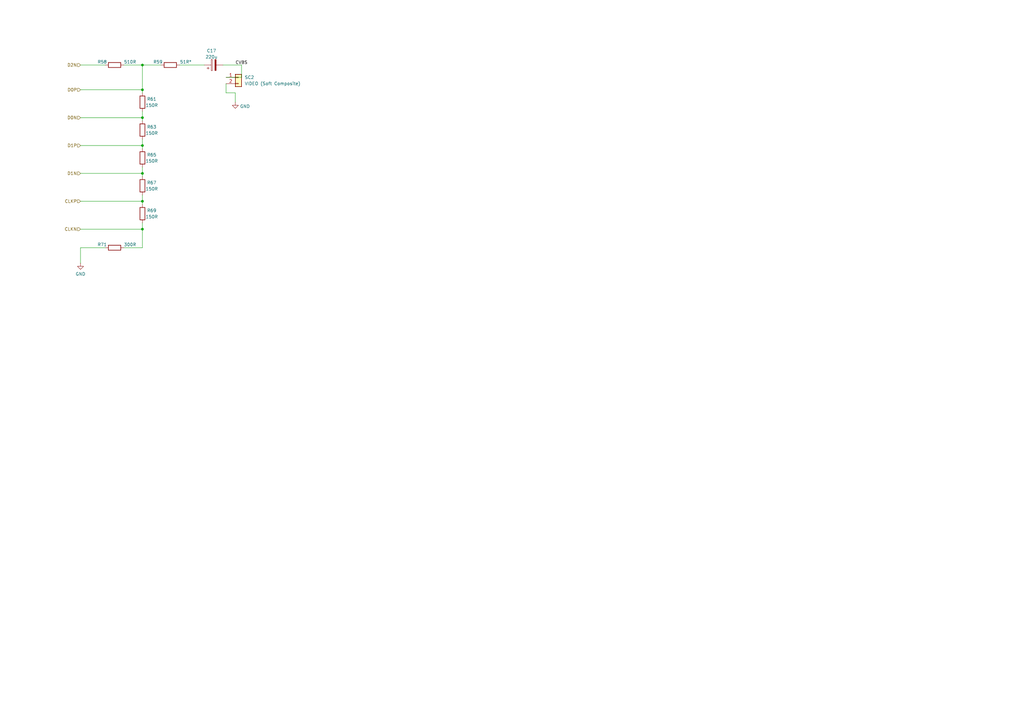
<source format=kicad_sch>
(kicad_sch (version 20250114) (generator "eeschema") (generator_version "9.0")
  (paper "A3")
  (title_block (title "HDMI to VGA Passive Adapter") (date "2025-03-04") (rev "2.01") (company "Mikhail Matveev") (comment 1 "https://github.com/xtremespb/frank"))
  (lib_symbols
    (symbol "Connector_Generic:Conn_01x02" (pin_names (offset 1.016) (hide yes))
      (property "Reference" "J" (at 0 2.54 0))
      (property "Value" "Conn_01x02" (at 0 -5.08 0))
      (symbol "Conn_01x02_1_1"
        (rectangle (start -1.27 1.27) (end 1.27 -3.81) (stroke (width 0.254)) (fill (type background)))
        (rectangle (start -1.27 0.127) (end 0 -0.127) (stroke (width 0.1524)))
        (rectangle (start -1.27 -2.413) (end 0 -2.667) (stroke (width 0.1524)))
        (pin passive line (at -5.08 0 0) (length 3.81) (name "Pin_1") (number "1"))
        (pin passive line (at -5.08 -2.54 0) (length 3.81) (name "Pin_2") (number "2"))
      )
    )
    (symbol "Device:C_Polarized" (pin_numbers (hide yes)) (pin_names (offset 0.254))
      (property "Reference" "C" (at 0.635 2.54 0))
      (property "Value" "C_Polarized" (at 0.635 -2.54 0))
      (symbol "C_Polarized_0_1"
        (rectangle (start -2.286 0.508) (end 2.286 1.016))
        (polyline (pts (xy -1.778 2.286) (xy -0.762 2.286)))
        (polyline (pts (xy -1.27 2.794) (xy -1.27 1.778)))
        (rectangle (start 2.286 -0.508) (end -2.286 -1.016) (fill (type outline)))
      )
      (symbol "C_Polarized_1_1"
        (pin passive line (at 0 3.81 270) (length 2.794) (name "~") (number "1"))
        (pin passive line (at 0 -3.81 90) (length 2.794) (name "~") (number "2"))
      )
    )
    (symbol "Device:R" (pin_numbers (hide yes)) (pin_names (offset 0))
      (property "Reference" "R" (at 2.032 0 90))
      (property "Value" "R" (at 0 0 90))
      (symbol "R_0_1"
        (rectangle (start -1.016 -2.54) (end 1.016 2.54) (stroke (width 0.254)))
      )
      (symbol "R_1_1"
        (pin passive line (at 0 3.81 270) (length 1.27) (name "~") (number "1"))
        (pin passive line (at 0 -3.81 90) (length 1.27) (name "~") (number "2"))
      )
    )
    (symbol "GND_1" (power) (pin_numbers (hide yes)) (pin_names (offset 0) (hide yes))
      (property "Value" "GND" (at 0 -3.81 0))
      (symbol "GND_1_0_1"
        (polyline (pts (xy 0 0) (xy 0 -1.27) (xy 1.27 -1.27) (xy 0 -2.54) (xy -1.27 -1.27) (xy 0 -1.27)))
      )
      (symbol "GND_1_1_1"
        (pin power_in line (at 0 0 270) (length 0) (name "~") (number "1"))
      )
    )
    (symbol "power:GND" (power) (pin_numbers (hide yes)) (pin_names (offset 0) (hide yes))
      (property "Value" "GND" (at 0 -3.81 0))
      (symbol "GND_0_1"
        (polyline (pts (xy 0 0) (xy 0 -1.27) (xy 1.27 -1.27) (xy 0 -2.54) (xy -1.27 -1.27) (xy 0 -1.27)))
      )
      (symbol "GND_1_1"
        (pin power_in line (at 0 0 270) (length 0) (name "~") (number "1"))
      )
    )
  )
  (junction (at 58.42 59.69))
  (junction (at 58.42 93.98))
  (junction (at 58.42 82.55))
  (junction (at 58.42 36.83))
  (junction (at 58.42 48.26))
  (junction (at 58.42 26.67))
  (junction (at 58.42 71.12))
  (wire (pts (xy 92.71 38.1) (xy 92.71 34.29)))
  (wire (pts (xy 58.42 101.6) (xy 50.8 101.6)))
  (wire (pts (xy 33.02 26.67) (xy 43.18 26.67)))
  (wire (pts (xy 58.42 82.55) (xy 58.42 83.82)))
  (wire (pts (xy 58.42 48.26) (xy 58.42 49.53)))
  (wire (pts (xy 99.06 26.67) (xy 91.44 26.67)))
  (wire (pts (xy 92.71 38.1) (xy 96.52 38.1)))
  (wire (pts (xy 33.02 59.69) (xy 58.42 59.69)))
  (wire (pts (xy 33.02 48.26) (xy 58.42 48.26)))
  (wire (pts (xy 58.42 71.12) (xy 58.42 72.39)))
  (wire (pts (xy 58.42 80.01) (xy 58.42 82.55)))
  (wire (pts (xy 73.66 26.67) (xy 83.82 26.67)))
  (wire (pts (xy 58.42 26.67) (xy 66.04 26.67)))
  (wire (pts (xy 33.02 71.12) (xy 58.42 71.12)))
  (wire (pts (xy 58.42 68.58) (xy 58.42 71.12)))
  (wire (pts (xy 58.42 57.15) (xy 58.42 59.69)))
  (wire (pts (xy 33.02 101.6) (xy 33.02 107.95)))
  (wire (pts (xy 33.02 93.98) (xy 58.42 93.98)))
  (wire (pts (xy 99.06 31.75) (xy 92.71 31.75)))
  (wire (pts (xy 43.18 101.6) (xy 33.02 101.6)))
  (wire (pts (xy 58.42 59.69) (xy 58.42 60.96)))
  (wire (pts (xy 99.06 31.75) (xy 99.06 26.67)))
  (wire (pts (xy 58.42 91.44) (xy 58.42 93.98)))
  (wire (pts (xy 33.02 82.55) (xy 58.42 82.55)))
  (wire (pts (xy 33.02 36.83) (xy 58.42 36.83)))
  (wire (pts (xy 50.8 26.67) (xy 58.42 26.67)))
  (wire (pts (xy 58.42 36.83) (xy 58.42 38.1)))
  (wire (pts (xy 58.42 26.67) (xy 58.42 36.83)))
  (wire (pts (xy 58.42 45.72) (xy 58.42 48.26)))
  (wire (pts (xy 96.52 38.1) (xy 96.52 41.91)))
  (wire (pts (xy 58.42 93.98) (xy 58.42 101.6)))
  (label "CVBS" (at 96.52 26.67 0))
  (hierarchical_label "CLKP" (shape input) (at 33.02 82.55 180))
  (hierarchical_label "D1N" (shape input) (at 33.02 71.12 180))
  (hierarchical_label "D0N" (shape input) (at 33.02 48.26 180))
  (hierarchical_label "CLKN" (shape input) (at 33.02 93.98 180))
  (hierarchical_label "D0P" (shape input) (at 33.02 36.83 180))
  (hierarchical_label "D2N" (shape input) (at 33.02 26.67 180))
  (hierarchical_label "D1P" (shape input) (at 33.02 59.69 180))
  (symbol (lib_id "Connector_Generic:Conn_01x02") (at 97.79 31.75 0) (unit 1)
    (property "Reference" "SC1" (at 100.33 31.7499 0) (effects (justify left)))
    (property "Value" "VIDEO (Soft Composite)" (at 100.33 34.2899 0) (effects (justify left)))
    (property "Footprint" "FRANK:RCA" (effects (hide yes)))
    (instances (project "CMZJ2" (path "" (reference "SC2") (unit 1))) (project "CMZJ2" (path "" (reference "SC1") (unit 1))))
  )
  (symbol (lib_id "power:GND") (at 33.02 107.95 0) (unit 1)
    (property "Reference" "#PWR05" (effects (hide yes)))
    (property "Value" "GND" (at 33.02 112.3934 0))
    (property "Description" "Power symbol creates a global label with name \"GND\" , ground" (effects (hide yes)))
    (instances (project "CMZJ2" (path "" (reference "#PWR037") (unit 1))) (project "CMZJ2" (path "" (reference "#PWR05") (unit 1))))
  )
  (symbol (lib_id "Device:R") (at 58.42 53.34 180) (unit 1)
    (property "Reference" "R11" (at 62.23 52.07 0))
    (property "Value" "150R" (at 62.23 54.61 0))
    (property "Footprint" "FRANK:Resistor (0805)" (effects (hide yes)))
    (instances (project "CMZJ2" (path "" (reference "R63") (unit 1))) (project "CMZJ2" (path "" (reference "R11") (unit 1))))
  )
  (symbol (lib_id "Device:R") (at 58.42 87.63 180) (unit 1)
    (property "Reference" "R14" (at 62.23 86.36 0))
    (property "Value" "150R" (at 62.23 88.9 0))
    (property "Footprint" "FRANK:Resistor (0805)" (effects (hide yes)))
    (instances (project "CMZJ2" (path "" (reference "R69") (unit 1))) (project "CMZJ2" (path "" (reference "R14") (unit 1))))
  )
  (symbol (lib_id "Device:R") (at 46.99 101.6 90) (unit 1)
    (property "Reference" "R15" (at 41.91 100.33 90))
    (property "Value" "300R" (at 53.34 100.33 90))
    (property "Footprint" "FRANK:Resistor (0805)" (effects (hide yes)))
    (instances (project "CMZJ2" (path "" (reference "R71") (unit 1))) (project "CMZJ2" (path "" (reference "R15") (unit 1))))
  )
  (symbol (lib_id "Device:R") (at 46.99 26.67 90) (unit 1)
    (property "Reference" "R8" (at 41.91 25.4 90))
    (property "Value" "510R" (at 53.34 25.4 90))
    (property "Footprint" "FRANK:Resistor (0805)" (effects (hide yes)))
    (instances (project "CMZJ2" (path "" (reference "R58") (unit 1))) (project "CMZJ2" (path "" (reference "R8") (unit 1))))
  )
  (symbol (lib_id "Device:C_Polarized") (at 87.63 26.67 90) (unit 1)
    (property "Reference" "C1" (at 86.741 20.8112 90))
    (property "Value" "220u" (at 86.741 23.3481 90))
    (property "Footprint" "FRANK:Capacitor (3528, tantalum, polar)" (effects (hide yes)))
    (instances (project "CMZJ2" (path "" (reference "C17") (unit 1))) (project "CMZJ2" (path "" (reference "C1") (unit 1))))
  )
  (symbol (lib_name "GND_1") (lib_id "power:GND") (at 96.52 41.91 0) (unit 1)
    (property "Reference" "#PWR04" (effects (hide yes)))
    (property "Value" "GND" (at 98.425 43.6138 0) (effects (justify left)))
    (property "Description" "Power symbol creates a global label with name \"GND\" , ground" (effects (hide yes)))
    (instances (project "CMZJ2" (path "" (reference "#PWR036") (unit 1))) (project "CMZJ2" (path "" (reference "#PWR04") (unit 1))))
  )
  (symbol (lib_id "Device:R") (at 58.42 76.2 180) (unit 1)
    (property "Reference" "R13" (at 62.23 74.93 0))
    (property "Value" "150R" (at 62.23 77.47 0))
    (property "Footprint" "FRANK:Resistor (0805)" (effects (hide yes)))
    (instances (project "CMZJ2" (path "" (reference "R67") (unit 1))) (project "CMZJ2" (path "" (reference "R13") (unit 1))))
  )
  (symbol (lib_id "Device:R") (at 69.85 26.67 90) (unit 1)
    (property "Reference" "R9" (at 64.77 25.4 90))
    (property "Value" "51R*" (at 76.2 25.4 90))
    (property "Footprint" "FRANK:Resistor (0805)" (effects (hide yes)))
    (instances (project "CMZJ2" (path "" (reference "R59") (unit 1))) (project "CMZJ2" (path "" (reference "R9") (unit 1))))
  )
  (symbol (lib_id "Device:R") (at 58.42 64.77 180) (unit 1)
    (property "Reference" "R12" (at 62.23 63.5 0))
    (property "Value" "150R" (at 62.23 66.04 0))
    (property "Footprint" "FRANK:Resistor (0805)" (effects (hide yes)))
    (instances (project "CMZJ2" (path "" (reference "R65") (unit 1))) (project "CMZJ2" (path "" (reference "R12") (unit 1))))
  )
  (symbol (lib_id "Device:R") (at 58.42 41.91 180) (unit 1)
    (property "Reference" "R10" (at 62.23 40.64 0))
    (property "Value" "150R" (at 62.23 43.18 0))
    (property "Footprint" "FRANK:Resistor (0805)" (effects (hide yes)))
    (instances (project "CMZJ2" (path "" (reference "R61") (unit 1))) (project "CMZJ2" (path "" (reference "R10") (unit 1))))
  )
)
</source>
